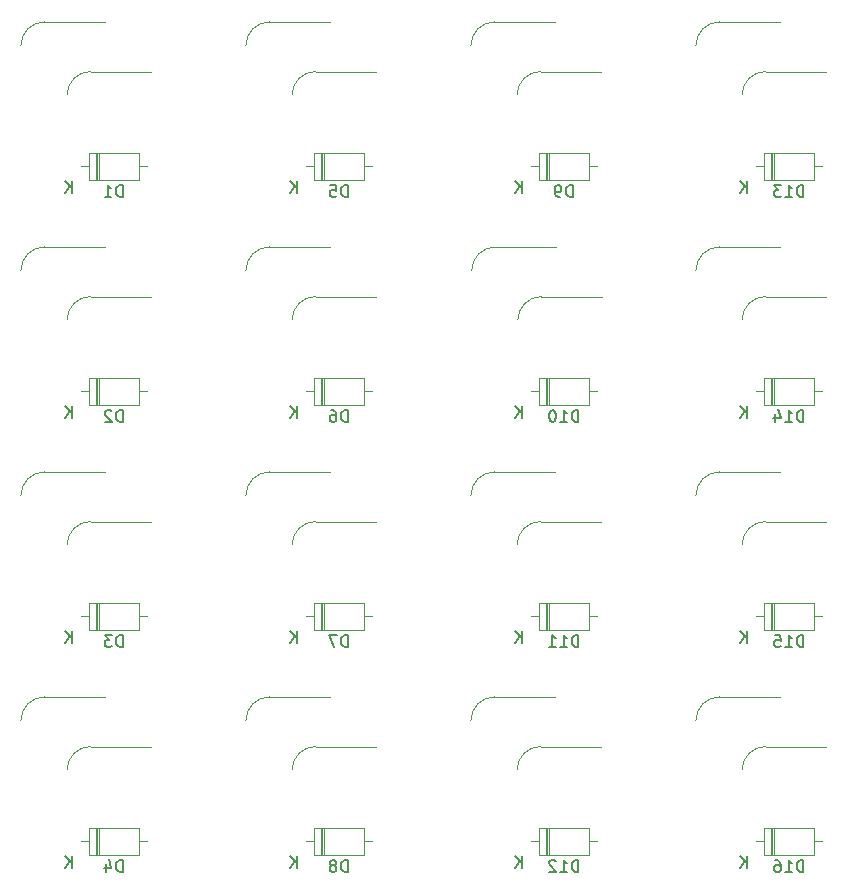
<source format=gbr>
%TF.GenerationSoftware,KiCad,Pcbnew,(6.0.7-1)-1*%
%TF.CreationDate,2022-09-13T12:36:23-04:00*%
%TF.ProjectId,KBT1,4b425431-2e6b-4696-9361-645f70636258,rev?*%
%TF.SameCoordinates,Original*%
%TF.FileFunction,Legend,Bot*%
%TF.FilePolarity,Positive*%
%FSLAX46Y46*%
G04 Gerber Fmt 4.6, Leading zero omitted, Abs format (unit mm)*
G04 Created by KiCad (PCBNEW (6.0.7-1)-1) date 2022-09-13 12:36:23*
%MOMM*%
%LPD*%
G01*
G04 APERTURE LIST*
%ADD10C,0.150000*%
%ADD11C,0.120000*%
G04 APERTURE END LIST*
D10*
%TO.C,D1*%
X34266095Y-37116380D02*
X34266095Y-36116380D01*
X34028000Y-36116380D01*
X33885142Y-36164000D01*
X33789904Y-36259238D01*
X33742285Y-36354476D01*
X33694666Y-36544952D01*
X33694666Y-36687809D01*
X33742285Y-36878285D01*
X33789904Y-36973523D01*
X33885142Y-37068761D01*
X34028000Y-37116380D01*
X34266095Y-37116380D01*
X32742285Y-37116380D02*
X33313714Y-37116380D01*
X33028000Y-37116380D02*
X33028000Y-36116380D01*
X33123238Y-36259238D01*
X33218476Y-36354476D01*
X33313714Y-36402095D01*
X29979904Y-36796380D02*
X29979904Y-35796380D01*
X29408476Y-36796380D02*
X29837047Y-36224952D01*
X29408476Y-35796380D02*
X29979904Y-36367809D01*
%TO.C,D2*%
X34266095Y-56166380D02*
X34266095Y-55166380D01*
X34028000Y-55166380D01*
X33885142Y-55214000D01*
X33789904Y-55309238D01*
X33742285Y-55404476D01*
X33694666Y-55594952D01*
X33694666Y-55737809D01*
X33742285Y-55928285D01*
X33789904Y-56023523D01*
X33885142Y-56118761D01*
X34028000Y-56166380D01*
X34266095Y-56166380D01*
X33313714Y-55261619D02*
X33266095Y-55214000D01*
X33170857Y-55166380D01*
X32932761Y-55166380D01*
X32837523Y-55214000D01*
X32789904Y-55261619D01*
X32742285Y-55356857D01*
X32742285Y-55452095D01*
X32789904Y-55594952D01*
X33361333Y-56166380D01*
X32742285Y-56166380D01*
X29979904Y-55846380D02*
X29979904Y-54846380D01*
X29408476Y-55846380D02*
X29837047Y-55274952D01*
X29408476Y-54846380D02*
X29979904Y-55417809D01*
%TO.C,D3*%
X34266095Y-75216380D02*
X34266095Y-74216380D01*
X34028000Y-74216380D01*
X33885142Y-74264000D01*
X33789904Y-74359238D01*
X33742285Y-74454476D01*
X33694666Y-74644952D01*
X33694666Y-74787809D01*
X33742285Y-74978285D01*
X33789904Y-75073523D01*
X33885142Y-75168761D01*
X34028000Y-75216380D01*
X34266095Y-75216380D01*
X33361333Y-74216380D02*
X32742285Y-74216380D01*
X33075619Y-74597333D01*
X32932761Y-74597333D01*
X32837523Y-74644952D01*
X32789904Y-74692571D01*
X32742285Y-74787809D01*
X32742285Y-75025904D01*
X32789904Y-75121142D01*
X32837523Y-75168761D01*
X32932761Y-75216380D01*
X33218476Y-75216380D01*
X33313714Y-75168761D01*
X33361333Y-75121142D01*
X29979904Y-74896380D02*
X29979904Y-73896380D01*
X29408476Y-74896380D02*
X29837047Y-74324952D01*
X29408476Y-73896380D02*
X29979904Y-74467809D01*
%TO.C,D4*%
X34266095Y-94266380D02*
X34266095Y-93266380D01*
X34028000Y-93266380D01*
X33885142Y-93314000D01*
X33789904Y-93409238D01*
X33742285Y-93504476D01*
X33694666Y-93694952D01*
X33694666Y-93837809D01*
X33742285Y-94028285D01*
X33789904Y-94123523D01*
X33885142Y-94218761D01*
X34028000Y-94266380D01*
X34266095Y-94266380D01*
X32837523Y-93599714D02*
X32837523Y-94266380D01*
X33075619Y-93218761D02*
X33313714Y-93933047D01*
X32694666Y-93933047D01*
X29979904Y-93946380D02*
X29979904Y-92946380D01*
X29408476Y-93946380D02*
X29837047Y-93374952D01*
X29408476Y-92946380D02*
X29979904Y-93517809D01*
%TO.C,D5*%
X53316095Y-37116380D02*
X53316095Y-36116380D01*
X53078000Y-36116380D01*
X52935142Y-36164000D01*
X52839904Y-36259238D01*
X52792285Y-36354476D01*
X52744666Y-36544952D01*
X52744666Y-36687809D01*
X52792285Y-36878285D01*
X52839904Y-36973523D01*
X52935142Y-37068761D01*
X53078000Y-37116380D01*
X53316095Y-37116380D01*
X51839904Y-36116380D02*
X52316095Y-36116380D01*
X52363714Y-36592571D01*
X52316095Y-36544952D01*
X52220857Y-36497333D01*
X51982761Y-36497333D01*
X51887523Y-36544952D01*
X51839904Y-36592571D01*
X51792285Y-36687809D01*
X51792285Y-36925904D01*
X51839904Y-37021142D01*
X51887523Y-37068761D01*
X51982761Y-37116380D01*
X52220857Y-37116380D01*
X52316095Y-37068761D01*
X52363714Y-37021142D01*
X49029904Y-36796380D02*
X49029904Y-35796380D01*
X48458476Y-36796380D02*
X48887047Y-36224952D01*
X48458476Y-35796380D02*
X49029904Y-36367809D01*
%TO.C,D6*%
X53316095Y-56166380D02*
X53316095Y-55166380D01*
X53078000Y-55166380D01*
X52935142Y-55214000D01*
X52839904Y-55309238D01*
X52792285Y-55404476D01*
X52744666Y-55594952D01*
X52744666Y-55737809D01*
X52792285Y-55928285D01*
X52839904Y-56023523D01*
X52935142Y-56118761D01*
X53078000Y-56166380D01*
X53316095Y-56166380D01*
X51887523Y-55166380D02*
X52078000Y-55166380D01*
X52173238Y-55214000D01*
X52220857Y-55261619D01*
X52316095Y-55404476D01*
X52363714Y-55594952D01*
X52363714Y-55975904D01*
X52316095Y-56071142D01*
X52268476Y-56118761D01*
X52173238Y-56166380D01*
X51982761Y-56166380D01*
X51887523Y-56118761D01*
X51839904Y-56071142D01*
X51792285Y-55975904D01*
X51792285Y-55737809D01*
X51839904Y-55642571D01*
X51887523Y-55594952D01*
X51982761Y-55547333D01*
X52173238Y-55547333D01*
X52268476Y-55594952D01*
X52316095Y-55642571D01*
X52363714Y-55737809D01*
X49029904Y-55846380D02*
X49029904Y-54846380D01*
X48458476Y-55846380D02*
X48887047Y-55274952D01*
X48458476Y-54846380D02*
X49029904Y-55417809D01*
%TO.C,D7*%
X53316095Y-75216380D02*
X53316095Y-74216380D01*
X53078000Y-74216380D01*
X52935142Y-74264000D01*
X52839904Y-74359238D01*
X52792285Y-74454476D01*
X52744666Y-74644952D01*
X52744666Y-74787809D01*
X52792285Y-74978285D01*
X52839904Y-75073523D01*
X52935142Y-75168761D01*
X53078000Y-75216380D01*
X53316095Y-75216380D01*
X52411333Y-74216380D02*
X51744666Y-74216380D01*
X52173238Y-75216380D01*
X49029904Y-74896380D02*
X49029904Y-73896380D01*
X48458476Y-74896380D02*
X48887047Y-74324952D01*
X48458476Y-73896380D02*
X49029904Y-74467809D01*
%TO.C,D8*%
X53316095Y-94266380D02*
X53316095Y-93266380D01*
X53078000Y-93266380D01*
X52935142Y-93314000D01*
X52839904Y-93409238D01*
X52792285Y-93504476D01*
X52744666Y-93694952D01*
X52744666Y-93837809D01*
X52792285Y-94028285D01*
X52839904Y-94123523D01*
X52935142Y-94218761D01*
X53078000Y-94266380D01*
X53316095Y-94266380D01*
X52173238Y-93694952D02*
X52268476Y-93647333D01*
X52316095Y-93599714D01*
X52363714Y-93504476D01*
X52363714Y-93456857D01*
X52316095Y-93361619D01*
X52268476Y-93314000D01*
X52173238Y-93266380D01*
X51982761Y-93266380D01*
X51887523Y-93314000D01*
X51839904Y-93361619D01*
X51792285Y-93456857D01*
X51792285Y-93504476D01*
X51839904Y-93599714D01*
X51887523Y-93647333D01*
X51982761Y-93694952D01*
X52173238Y-93694952D01*
X52268476Y-93742571D01*
X52316095Y-93790190D01*
X52363714Y-93885428D01*
X52363714Y-94075904D01*
X52316095Y-94171142D01*
X52268476Y-94218761D01*
X52173238Y-94266380D01*
X51982761Y-94266380D01*
X51887523Y-94218761D01*
X51839904Y-94171142D01*
X51792285Y-94075904D01*
X51792285Y-93885428D01*
X51839904Y-93790190D01*
X51887523Y-93742571D01*
X51982761Y-93694952D01*
X49029904Y-93946380D02*
X49029904Y-92946380D01*
X48458476Y-93946380D02*
X48887047Y-93374952D01*
X48458476Y-92946380D02*
X49029904Y-93517809D01*
%TO.C,D9*%
X72366095Y-37116380D02*
X72366095Y-36116380D01*
X72128000Y-36116380D01*
X71985142Y-36164000D01*
X71889904Y-36259238D01*
X71842285Y-36354476D01*
X71794666Y-36544952D01*
X71794666Y-36687809D01*
X71842285Y-36878285D01*
X71889904Y-36973523D01*
X71985142Y-37068761D01*
X72128000Y-37116380D01*
X72366095Y-37116380D01*
X71318476Y-37116380D02*
X71128000Y-37116380D01*
X71032761Y-37068761D01*
X70985142Y-37021142D01*
X70889904Y-36878285D01*
X70842285Y-36687809D01*
X70842285Y-36306857D01*
X70889904Y-36211619D01*
X70937523Y-36164000D01*
X71032761Y-36116380D01*
X71223238Y-36116380D01*
X71318476Y-36164000D01*
X71366095Y-36211619D01*
X71413714Y-36306857D01*
X71413714Y-36544952D01*
X71366095Y-36640190D01*
X71318476Y-36687809D01*
X71223238Y-36735428D01*
X71032761Y-36735428D01*
X70937523Y-36687809D01*
X70889904Y-36640190D01*
X70842285Y-36544952D01*
X68079904Y-36796380D02*
X68079904Y-35796380D01*
X67508476Y-36796380D02*
X67937047Y-36224952D01*
X67508476Y-35796380D02*
X68079904Y-36367809D01*
%TO.C,D10*%
X72842285Y-56166380D02*
X72842285Y-55166380D01*
X72604190Y-55166380D01*
X72461333Y-55214000D01*
X72366095Y-55309238D01*
X72318476Y-55404476D01*
X72270857Y-55594952D01*
X72270857Y-55737809D01*
X72318476Y-55928285D01*
X72366095Y-56023523D01*
X72461333Y-56118761D01*
X72604190Y-56166380D01*
X72842285Y-56166380D01*
X71318476Y-56166380D02*
X71889904Y-56166380D01*
X71604190Y-56166380D02*
X71604190Y-55166380D01*
X71699428Y-55309238D01*
X71794666Y-55404476D01*
X71889904Y-55452095D01*
X70699428Y-55166380D02*
X70604190Y-55166380D01*
X70508952Y-55214000D01*
X70461333Y-55261619D01*
X70413714Y-55356857D01*
X70366095Y-55547333D01*
X70366095Y-55785428D01*
X70413714Y-55975904D01*
X70461333Y-56071142D01*
X70508952Y-56118761D01*
X70604190Y-56166380D01*
X70699428Y-56166380D01*
X70794666Y-56118761D01*
X70842285Y-56071142D01*
X70889904Y-55975904D01*
X70937523Y-55785428D01*
X70937523Y-55547333D01*
X70889904Y-55356857D01*
X70842285Y-55261619D01*
X70794666Y-55214000D01*
X70699428Y-55166380D01*
X68079904Y-55846380D02*
X68079904Y-54846380D01*
X67508476Y-55846380D02*
X67937047Y-55274952D01*
X67508476Y-54846380D02*
X68079904Y-55417809D01*
%TO.C,D11*%
X72842285Y-75216380D02*
X72842285Y-74216380D01*
X72604190Y-74216380D01*
X72461333Y-74264000D01*
X72366095Y-74359238D01*
X72318476Y-74454476D01*
X72270857Y-74644952D01*
X72270857Y-74787809D01*
X72318476Y-74978285D01*
X72366095Y-75073523D01*
X72461333Y-75168761D01*
X72604190Y-75216380D01*
X72842285Y-75216380D01*
X71318476Y-75216380D02*
X71889904Y-75216380D01*
X71604190Y-75216380D02*
X71604190Y-74216380D01*
X71699428Y-74359238D01*
X71794666Y-74454476D01*
X71889904Y-74502095D01*
X70366095Y-75216380D02*
X70937523Y-75216380D01*
X70651809Y-75216380D02*
X70651809Y-74216380D01*
X70747047Y-74359238D01*
X70842285Y-74454476D01*
X70937523Y-74502095D01*
X68079904Y-74896380D02*
X68079904Y-73896380D01*
X67508476Y-74896380D02*
X67937047Y-74324952D01*
X67508476Y-73896380D02*
X68079904Y-74467809D01*
%TO.C,D12*%
X72842285Y-94266380D02*
X72842285Y-93266380D01*
X72604190Y-93266380D01*
X72461333Y-93314000D01*
X72366095Y-93409238D01*
X72318476Y-93504476D01*
X72270857Y-93694952D01*
X72270857Y-93837809D01*
X72318476Y-94028285D01*
X72366095Y-94123523D01*
X72461333Y-94218761D01*
X72604190Y-94266380D01*
X72842285Y-94266380D01*
X71318476Y-94266380D02*
X71889904Y-94266380D01*
X71604190Y-94266380D02*
X71604190Y-93266380D01*
X71699428Y-93409238D01*
X71794666Y-93504476D01*
X71889904Y-93552095D01*
X70937523Y-93361619D02*
X70889904Y-93314000D01*
X70794666Y-93266380D01*
X70556571Y-93266380D01*
X70461333Y-93314000D01*
X70413714Y-93361619D01*
X70366095Y-93456857D01*
X70366095Y-93552095D01*
X70413714Y-93694952D01*
X70985142Y-94266380D01*
X70366095Y-94266380D01*
X68079904Y-93946380D02*
X68079904Y-92946380D01*
X67508476Y-93946380D02*
X67937047Y-93374952D01*
X67508476Y-92946380D02*
X68079904Y-93517809D01*
%TO.C,D13*%
X91892285Y-37116380D02*
X91892285Y-36116380D01*
X91654190Y-36116380D01*
X91511333Y-36164000D01*
X91416095Y-36259238D01*
X91368476Y-36354476D01*
X91320857Y-36544952D01*
X91320857Y-36687809D01*
X91368476Y-36878285D01*
X91416095Y-36973523D01*
X91511333Y-37068761D01*
X91654190Y-37116380D01*
X91892285Y-37116380D01*
X90368476Y-37116380D02*
X90939904Y-37116380D01*
X90654190Y-37116380D02*
X90654190Y-36116380D01*
X90749428Y-36259238D01*
X90844666Y-36354476D01*
X90939904Y-36402095D01*
X90035142Y-36116380D02*
X89416095Y-36116380D01*
X89749428Y-36497333D01*
X89606571Y-36497333D01*
X89511333Y-36544952D01*
X89463714Y-36592571D01*
X89416095Y-36687809D01*
X89416095Y-36925904D01*
X89463714Y-37021142D01*
X89511333Y-37068761D01*
X89606571Y-37116380D01*
X89892285Y-37116380D01*
X89987523Y-37068761D01*
X90035142Y-37021142D01*
X87129904Y-36796380D02*
X87129904Y-35796380D01*
X86558476Y-36796380D02*
X86987047Y-36224952D01*
X86558476Y-35796380D02*
X87129904Y-36367809D01*
%TO.C,D14*%
X91892285Y-56166380D02*
X91892285Y-55166380D01*
X91654190Y-55166380D01*
X91511333Y-55214000D01*
X91416095Y-55309238D01*
X91368476Y-55404476D01*
X91320857Y-55594952D01*
X91320857Y-55737809D01*
X91368476Y-55928285D01*
X91416095Y-56023523D01*
X91511333Y-56118761D01*
X91654190Y-56166380D01*
X91892285Y-56166380D01*
X90368476Y-56166380D02*
X90939904Y-56166380D01*
X90654190Y-56166380D02*
X90654190Y-55166380D01*
X90749428Y-55309238D01*
X90844666Y-55404476D01*
X90939904Y-55452095D01*
X89511333Y-55499714D02*
X89511333Y-56166380D01*
X89749428Y-55118761D02*
X89987523Y-55833047D01*
X89368476Y-55833047D01*
X87129904Y-55846380D02*
X87129904Y-54846380D01*
X86558476Y-55846380D02*
X86987047Y-55274952D01*
X86558476Y-54846380D02*
X87129904Y-55417809D01*
%TO.C,D15*%
X91892285Y-75216380D02*
X91892285Y-74216380D01*
X91654190Y-74216380D01*
X91511333Y-74264000D01*
X91416095Y-74359238D01*
X91368476Y-74454476D01*
X91320857Y-74644952D01*
X91320857Y-74787809D01*
X91368476Y-74978285D01*
X91416095Y-75073523D01*
X91511333Y-75168761D01*
X91654190Y-75216380D01*
X91892285Y-75216380D01*
X90368476Y-75216380D02*
X90939904Y-75216380D01*
X90654190Y-75216380D02*
X90654190Y-74216380D01*
X90749428Y-74359238D01*
X90844666Y-74454476D01*
X90939904Y-74502095D01*
X89463714Y-74216380D02*
X89939904Y-74216380D01*
X89987523Y-74692571D01*
X89939904Y-74644952D01*
X89844666Y-74597333D01*
X89606571Y-74597333D01*
X89511333Y-74644952D01*
X89463714Y-74692571D01*
X89416095Y-74787809D01*
X89416095Y-75025904D01*
X89463714Y-75121142D01*
X89511333Y-75168761D01*
X89606571Y-75216380D01*
X89844666Y-75216380D01*
X89939904Y-75168761D01*
X89987523Y-75121142D01*
X87129904Y-74896380D02*
X87129904Y-73896380D01*
X86558476Y-74896380D02*
X86987047Y-74324952D01*
X86558476Y-73896380D02*
X87129904Y-74467809D01*
%TO.C,D16*%
X91892285Y-94266380D02*
X91892285Y-93266380D01*
X91654190Y-93266380D01*
X91511333Y-93314000D01*
X91416095Y-93409238D01*
X91368476Y-93504476D01*
X91320857Y-93694952D01*
X91320857Y-93837809D01*
X91368476Y-94028285D01*
X91416095Y-94123523D01*
X91511333Y-94218761D01*
X91654190Y-94266380D01*
X91892285Y-94266380D01*
X90368476Y-94266380D02*
X90939904Y-94266380D01*
X90654190Y-94266380D02*
X90654190Y-93266380D01*
X90749428Y-93409238D01*
X90844666Y-93504476D01*
X90939904Y-93552095D01*
X89511333Y-93266380D02*
X89701809Y-93266380D01*
X89797047Y-93314000D01*
X89844666Y-93361619D01*
X89939904Y-93504476D01*
X89987523Y-93694952D01*
X89987523Y-94075904D01*
X89939904Y-94171142D01*
X89892285Y-94218761D01*
X89797047Y-94266380D01*
X89606571Y-94266380D01*
X89511333Y-94218761D01*
X89463714Y-94171142D01*
X89416095Y-94075904D01*
X89416095Y-93837809D01*
X89463714Y-93742571D01*
X89511333Y-93694952D01*
X89606571Y-93647333D01*
X89797047Y-93647333D01*
X89892285Y-93694952D01*
X89939904Y-93742571D01*
X89987523Y-93837809D01*
X87129904Y-93946380D02*
X87129904Y-92946380D01*
X86558476Y-93946380D02*
X86987047Y-93374952D01*
X86558476Y-92946380D02*
X87129904Y-93517809D01*
D11*
%TO.C,K0*%
X31550000Y-26510000D02*
X36650000Y-26510000D01*
X27650000Y-22310000D02*
X32750000Y-22310000D01*
X27650000Y-22310000D02*
G75*
G03*
X25650000Y-24310000I-1J-1999999D01*
G01*
X31550000Y-26510000D02*
G75*
G03*
X29550000Y-28510000I-1J-1999999D01*
G01*
%TO.C,K1*%
X31550000Y-45560000D02*
X36650000Y-45560000D01*
X27650000Y-41360000D02*
X32750000Y-41360000D01*
X27650000Y-41360000D02*
G75*
G03*
X25650000Y-43360000I-1J-1999999D01*
G01*
X31550000Y-45560000D02*
G75*
G03*
X29550000Y-47560000I-1J-1999999D01*
G01*
%TO.C,K2*%
X27650000Y-60410000D02*
X32750000Y-60410000D01*
X31550000Y-64610000D02*
X36650000Y-64610000D01*
X31550000Y-64610000D02*
G75*
G03*
X29550000Y-66610000I-1J-1999999D01*
G01*
X27650000Y-60410000D02*
G75*
G03*
X25650000Y-62410000I-1J-1999999D01*
G01*
%TO.C,K3*%
X31550000Y-83660000D02*
X36650000Y-83660000D01*
X27650000Y-79460000D02*
X32750000Y-79460000D01*
X27650000Y-79460000D02*
G75*
G03*
X25650000Y-81460000I-1J-1999999D01*
G01*
X31550000Y-83660000D02*
G75*
G03*
X29550000Y-85660000I-1J-1999999D01*
G01*
%TO.C,K4*%
X50600000Y-26510000D02*
X55700000Y-26510000D01*
X46700000Y-22310000D02*
X51800000Y-22310000D01*
X46700000Y-22310000D02*
G75*
G03*
X44700000Y-24310000I-1J-1999999D01*
G01*
X50600000Y-26510000D02*
G75*
G03*
X48600000Y-28510000I-1J-1999999D01*
G01*
%TO.C,K5*%
X50600000Y-45560000D02*
X55700000Y-45560000D01*
X46700000Y-41360000D02*
X51800000Y-41360000D01*
X46700000Y-41360000D02*
G75*
G03*
X44700000Y-43360000I-1J-1999999D01*
G01*
X50600000Y-45560000D02*
G75*
G03*
X48600000Y-47560000I-1J-1999999D01*
G01*
%TO.C,K6*%
X50600000Y-64610000D02*
X55700000Y-64610000D01*
X46700000Y-60410000D02*
X51800000Y-60410000D01*
X46700000Y-60410000D02*
G75*
G03*
X44700000Y-62410000I-1J-1999999D01*
G01*
X50600000Y-64610000D02*
G75*
G03*
X48600000Y-66610000I-1J-1999999D01*
G01*
%TO.C,K7*%
X46700000Y-79460000D02*
X51800000Y-79460000D01*
X50600000Y-83660000D02*
X55700000Y-83660000D01*
X50600000Y-83660000D02*
G75*
G03*
X48600000Y-85660000I-1J-1999999D01*
G01*
X46700000Y-79460000D02*
G75*
G03*
X44700000Y-81460000I-1J-1999999D01*
G01*
%TO.C,K8*%
X69650000Y-26510000D02*
X74750000Y-26510000D01*
X65750000Y-22310000D02*
X70850000Y-22310000D01*
X65750000Y-22310000D02*
G75*
G03*
X63750000Y-24310000I-1J-1999999D01*
G01*
X69650000Y-26510000D02*
G75*
G03*
X67650000Y-28510000I-1J-1999999D01*
G01*
%TO.C,K9*%
X69725001Y-45560000D02*
X74825001Y-45560000D01*
X65825001Y-41360000D02*
X70925001Y-41360000D01*
X69725001Y-45560000D02*
G75*
G03*
X67725001Y-47560000I-1J-1999999D01*
G01*
X65825001Y-41360000D02*
G75*
G03*
X63825001Y-43360000I-1J-1999999D01*
G01*
%TO.C,K10*%
X65750000Y-60410000D02*
X70850000Y-60410000D01*
X69650000Y-64610000D02*
X74750000Y-64610000D01*
X69650000Y-64610000D02*
G75*
G03*
X67650000Y-66610000I-1J-1999999D01*
G01*
X65750000Y-60410000D02*
G75*
G03*
X63750000Y-62410000I-1J-1999999D01*
G01*
%TO.C,K11*%
X65750000Y-79460000D02*
X70850000Y-79460000D01*
X69650000Y-83660000D02*
X74750000Y-83660000D01*
X69650000Y-83660000D02*
G75*
G03*
X67650000Y-85660000I-1J-1999999D01*
G01*
X65750000Y-79460000D02*
G75*
G03*
X63750000Y-81460000I-1J-1999999D01*
G01*
%TO.C,K12*%
X84800000Y-22310000D02*
X89900000Y-22310000D01*
X88700000Y-26510000D02*
X93800000Y-26510000D01*
X88700000Y-26510000D02*
G75*
G03*
X86700000Y-28510000I-1J-1999999D01*
G01*
X84800000Y-22310000D02*
G75*
G03*
X82800000Y-24310000I-1J-1999999D01*
G01*
%TO.C,K13*%
X84800000Y-41360000D02*
X89900000Y-41360000D01*
X88700000Y-45560000D02*
X93800000Y-45560000D01*
X88700000Y-45560000D02*
G75*
G03*
X86700000Y-47560000I-1J-1999999D01*
G01*
X84800000Y-41360000D02*
G75*
G03*
X82800000Y-43360000I-1J-1999999D01*
G01*
%TO.C,K14*%
X88700000Y-64610000D02*
X93800000Y-64610000D01*
X84800000Y-60410000D02*
X89900000Y-60410000D01*
X88700000Y-64610000D02*
G75*
G03*
X86700000Y-66610000I-1J-1999999D01*
G01*
X84800000Y-60410000D02*
G75*
G03*
X82800000Y-62410000I-1J-1999999D01*
G01*
%TO.C,K15*%
X84800000Y-79460000D02*
X89900000Y-79460000D01*
X88700000Y-83660000D02*
X93800000Y-83660000D01*
X88700000Y-83660000D02*
G75*
G03*
X86700000Y-85660000I-1J-1999999D01*
G01*
X84800000Y-79460000D02*
G75*
G03*
X82800000Y-81460000I-1J-1999999D01*
G01*
%TO.C,D1*%
X31408000Y-35664000D02*
X31408000Y-33424000D01*
X31408000Y-33424000D02*
X35648000Y-33424000D01*
X32128000Y-35664000D02*
X32128000Y-33424000D01*
X32248000Y-35664000D02*
X32248000Y-33424000D01*
X35648000Y-35664000D02*
X31408000Y-35664000D01*
X35648000Y-33424000D02*
X35648000Y-35664000D01*
X36298000Y-34544000D02*
X35648000Y-34544000D01*
X30758000Y-34544000D02*
X31408000Y-34544000D01*
X32008000Y-35664000D02*
X32008000Y-33424000D01*
%TO.C,D2*%
X32128000Y-54714000D02*
X32128000Y-52474000D01*
X35648000Y-52474000D02*
X35648000Y-54714000D01*
X31408000Y-52474000D02*
X35648000Y-52474000D01*
X32008000Y-54714000D02*
X32008000Y-52474000D01*
X32248000Y-54714000D02*
X32248000Y-52474000D01*
X35648000Y-54714000D02*
X31408000Y-54714000D01*
X36298000Y-53594000D02*
X35648000Y-53594000D01*
X30758000Y-53594000D02*
X31408000Y-53594000D01*
X31408000Y-54714000D02*
X31408000Y-52474000D01*
%TO.C,D3*%
X35648000Y-73764000D02*
X31408000Y-73764000D01*
X31408000Y-73764000D02*
X31408000Y-71524000D01*
X32248000Y-73764000D02*
X32248000Y-71524000D01*
X35648000Y-71524000D02*
X35648000Y-73764000D01*
X31408000Y-71524000D02*
X35648000Y-71524000D01*
X32128000Y-73764000D02*
X32128000Y-71524000D01*
X36298000Y-72644000D02*
X35648000Y-72644000D01*
X32008000Y-73764000D02*
X32008000Y-71524000D01*
X30758000Y-72644000D02*
X31408000Y-72644000D01*
%TO.C,D4*%
X30758000Y-91694000D02*
X31408000Y-91694000D01*
X32008000Y-92814000D02*
X32008000Y-90574000D01*
X36298000Y-91694000D02*
X35648000Y-91694000D01*
X35648000Y-92814000D02*
X31408000Y-92814000D01*
X32128000Y-92814000D02*
X32128000Y-90574000D01*
X31408000Y-90574000D02*
X35648000Y-90574000D01*
X31408000Y-92814000D02*
X31408000Y-90574000D01*
X32248000Y-92814000D02*
X32248000Y-90574000D01*
X35648000Y-90574000D02*
X35648000Y-92814000D01*
%TO.C,D5*%
X54698000Y-35664000D02*
X50458000Y-35664000D01*
X50458000Y-35664000D02*
X50458000Y-33424000D01*
X49808000Y-34544000D02*
X50458000Y-34544000D01*
X50458000Y-33424000D02*
X54698000Y-33424000D01*
X51178000Y-35664000D02*
X51178000Y-33424000D01*
X51298000Y-35664000D02*
X51298000Y-33424000D01*
X51058000Y-35664000D02*
X51058000Y-33424000D01*
X55348000Y-34544000D02*
X54698000Y-34544000D01*
X54698000Y-33424000D02*
X54698000Y-35664000D01*
%TO.C,D6*%
X51058000Y-54714000D02*
X51058000Y-52474000D01*
X50458000Y-52474000D02*
X54698000Y-52474000D01*
X51298000Y-54714000D02*
X51298000Y-52474000D01*
X54698000Y-52474000D02*
X54698000Y-54714000D01*
X51178000Y-54714000D02*
X51178000Y-52474000D01*
X49808000Y-53594000D02*
X50458000Y-53594000D01*
X54698000Y-54714000D02*
X50458000Y-54714000D01*
X55348000Y-53594000D02*
X54698000Y-53594000D01*
X50458000Y-54714000D02*
X50458000Y-52474000D01*
%TO.C,D7*%
X54698000Y-71524000D02*
X54698000Y-73764000D01*
X54698000Y-73764000D02*
X50458000Y-73764000D01*
X51298000Y-73764000D02*
X51298000Y-71524000D01*
X50458000Y-71524000D02*
X54698000Y-71524000D01*
X51178000Y-73764000D02*
X51178000Y-71524000D01*
X50458000Y-73764000D02*
X50458000Y-71524000D01*
X51058000Y-73764000D02*
X51058000Y-71524000D01*
X55348000Y-72644000D02*
X54698000Y-72644000D01*
X49808000Y-72644000D02*
X50458000Y-72644000D01*
%TO.C,D8*%
X49808000Y-91694000D02*
X50458000Y-91694000D01*
X50458000Y-90574000D02*
X54698000Y-90574000D01*
X55348000Y-91694000D02*
X54698000Y-91694000D01*
X51058000Y-92814000D02*
X51058000Y-90574000D01*
X51298000Y-92814000D02*
X51298000Y-90574000D01*
X51178000Y-92814000D02*
X51178000Y-90574000D01*
X54698000Y-90574000D02*
X54698000Y-92814000D01*
X54698000Y-92814000D02*
X50458000Y-92814000D01*
X50458000Y-92814000D02*
X50458000Y-90574000D01*
%TO.C,D9*%
X73748000Y-35664000D02*
X69508000Y-35664000D01*
X74398000Y-34544000D02*
X73748000Y-34544000D01*
X70348000Y-35664000D02*
X70348000Y-33424000D01*
X73748000Y-33424000D02*
X73748000Y-35664000D01*
X69508000Y-33424000D02*
X73748000Y-33424000D01*
X70108000Y-35664000D02*
X70108000Y-33424000D01*
X70228000Y-35664000D02*
X70228000Y-33424000D01*
X69508000Y-35664000D02*
X69508000Y-33424000D01*
X68858000Y-34544000D02*
X69508000Y-34544000D01*
%TO.C,D10*%
X73748000Y-52474000D02*
X73748000Y-54714000D01*
X70348000Y-54714000D02*
X70348000Y-52474000D01*
X70228000Y-54714000D02*
X70228000Y-52474000D01*
X69508000Y-52474000D02*
X73748000Y-52474000D01*
X70108000Y-54714000D02*
X70108000Y-52474000D01*
X73748000Y-54714000D02*
X69508000Y-54714000D01*
X74398000Y-53594000D02*
X73748000Y-53594000D01*
X69508000Y-54714000D02*
X69508000Y-52474000D01*
X68858000Y-53594000D02*
X69508000Y-53594000D01*
%TO.C,D11*%
X73748000Y-71524000D02*
X73748000Y-73764000D01*
X69508000Y-71524000D02*
X73748000Y-71524000D01*
X70228000Y-73764000D02*
X70228000Y-71524000D01*
X73748000Y-73764000D02*
X69508000Y-73764000D01*
X74398000Y-72644000D02*
X73748000Y-72644000D01*
X68858000Y-72644000D02*
X69508000Y-72644000D01*
X70108000Y-73764000D02*
X70108000Y-71524000D01*
X70348000Y-73764000D02*
X70348000Y-71524000D01*
X69508000Y-73764000D02*
X69508000Y-71524000D01*
%TO.C,D12*%
X73748000Y-92814000D02*
X69508000Y-92814000D01*
X70228000Y-92814000D02*
X70228000Y-90574000D01*
X74398000Y-91694000D02*
X73748000Y-91694000D01*
X70108000Y-92814000D02*
X70108000Y-90574000D01*
X69508000Y-92814000D02*
X69508000Y-90574000D01*
X70348000Y-92814000D02*
X70348000Y-90574000D01*
X73748000Y-90574000D02*
X73748000Y-92814000D01*
X68858000Y-91694000D02*
X69508000Y-91694000D01*
X69508000Y-90574000D02*
X73748000Y-90574000D01*
%TO.C,D13*%
X87908000Y-34544000D02*
X88558000Y-34544000D01*
X92798000Y-35664000D02*
X88558000Y-35664000D01*
X92798000Y-33424000D02*
X92798000Y-35664000D01*
X89158000Y-35664000D02*
X89158000Y-33424000D01*
X88558000Y-33424000D02*
X92798000Y-33424000D01*
X88558000Y-35664000D02*
X88558000Y-33424000D01*
X89278000Y-35664000D02*
X89278000Y-33424000D01*
X93448000Y-34544000D02*
X92798000Y-34544000D01*
X89398000Y-35664000D02*
X89398000Y-33424000D01*
%TO.C,D14*%
X92798000Y-54714000D02*
X88558000Y-54714000D01*
X89398000Y-54714000D02*
X89398000Y-52474000D01*
X88558000Y-52474000D02*
X92798000Y-52474000D01*
X88558000Y-54714000D02*
X88558000Y-52474000D01*
X92798000Y-52474000D02*
X92798000Y-54714000D01*
X87908000Y-53594000D02*
X88558000Y-53594000D01*
X89158000Y-54714000D02*
X89158000Y-52474000D01*
X93448000Y-53594000D02*
X92798000Y-53594000D01*
X89278000Y-54714000D02*
X89278000Y-52474000D01*
%TO.C,D15*%
X89278000Y-73764000D02*
X89278000Y-71524000D01*
X88558000Y-71524000D02*
X92798000Y-71524000D01*
X92798000Y-71524000D02*
X92798000Y-73764000D01*
X92798000Y-73764000D02*
X88558000Y-73764000D01*
X89398000Y-73764000D02*
X89398000Y-71524000D01*
X88558000Y-73764000D02*
X88558000Y-71524000D01*
X93448000Y-72644000D02*
X92798000Y-72644000D01*
X89158000Y-73764000D02*
X89158000Y-71524000D01*
X87908000Y-72644000D02*
X88558000Y-72644000D01*
%TO.C,D16*%
X89278000Y-92814000D02*
X89278000Y-90574000D01*
X88558000Y-90574000D02*
X92798000Y-90574000D01*
X88558000Y-92814000D02*
X88558000Y-90574000D01*
X92798000Y-92814000D02*
X88558000Y-92814000D01*
X89398000Y-92814000D02*
X89398000Y-90574000D01*
X93448000Y-91694000D02*
X92798000Y-91694000D01*
X92798000Y-90574000D02*
X92798000Y-92814000D01*
X89158000Y-92814000D02*
X89158000Y-90574000D01*
X87908000Y-91694000D02*
X88558000Y-91694000D01*
%TD*%
M02*

</source>
